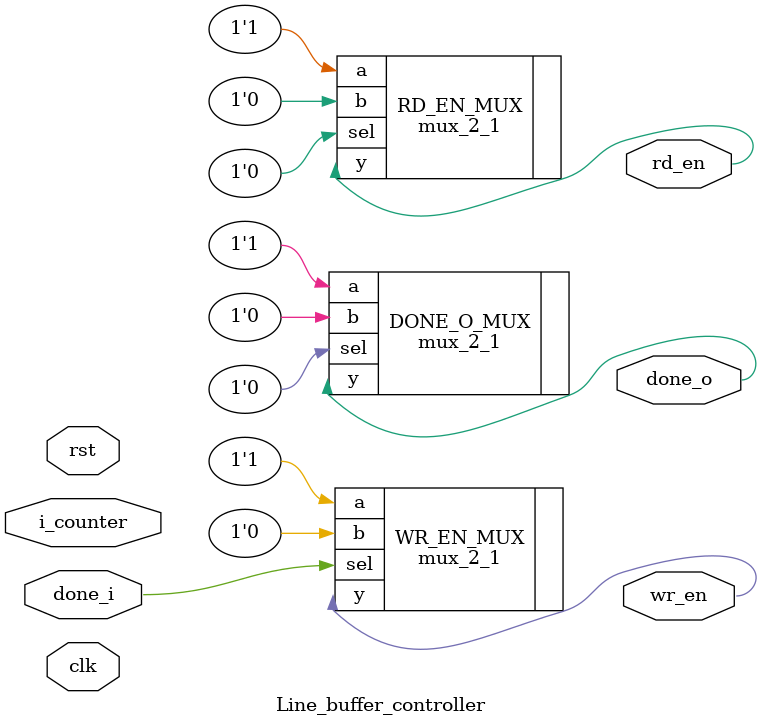
<source format=v>
module Line_buffer_controller #(parameter DEPTH = 1024)
                               (input clk,              // Clock input
                                input rst,              // Reset input
                                input done_i,           // Done signal when operation is complete
                                input [9:0] i_counter,
                                output wr_en,           // Write enable signal
                                output rd_en,           // Read enable signal
                                output done_o);         // Done output signal
    
    
    mux_2_1 WR_EN_MUX(
    .a(1'b1),
    .b(1'b0),
    .sel(done_i == 1),
    .y(wr_en)
    );
    mux_2_1 RD_EN_MUX(
    .a(1'b1),
    .b(1'b0),
    .sel(done_i && i_counter == DEPTH),
    .y(rd_en)
    );
    
    mux_2_1 DONE_O_MUX(
    .a(1'b1),
    .b(1'b0),
    .sel(i_counter == DEPTH),
    .y(done_o)
    );
    
endmodule

</source>
